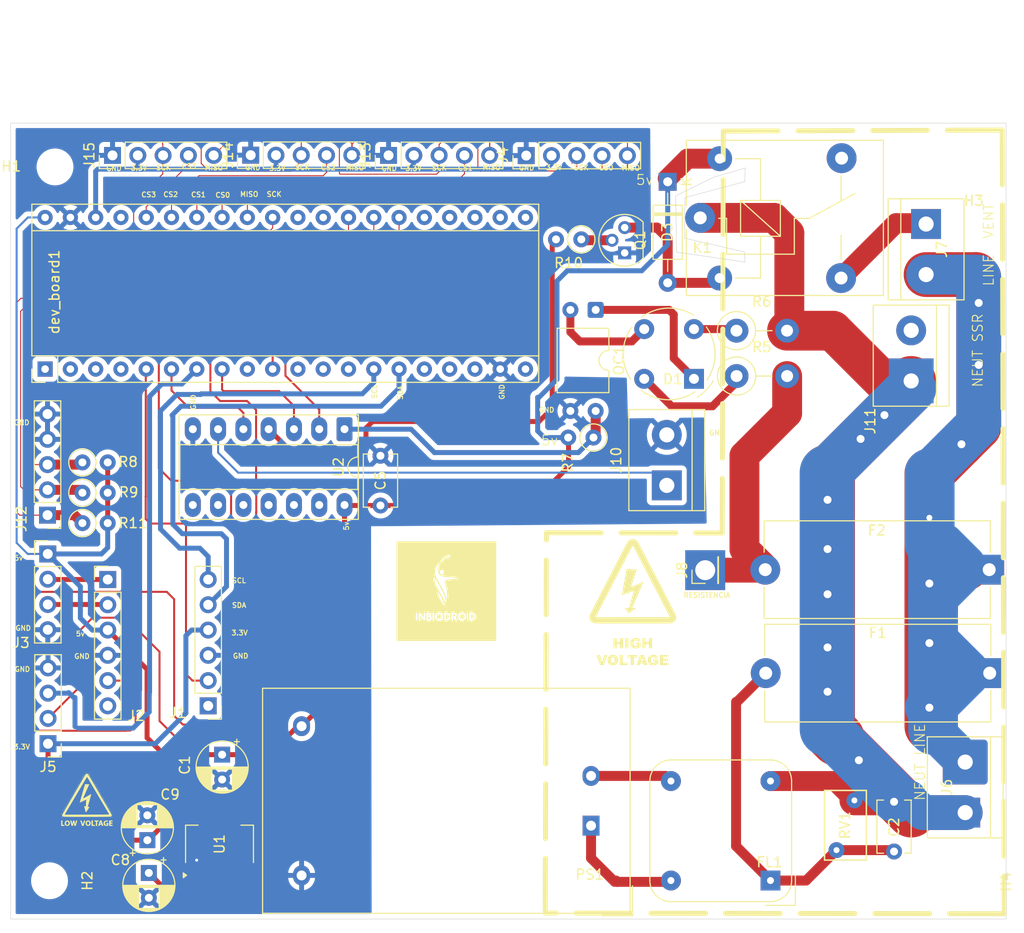
<source format=kicad_pcb>
(kicad_pcb (version 20241229) (generator "pcbnew") (generator_version "9.0")
  (layers (0 "F.Cu" signal) (2 "B.Cu" signal) (13 "F.Paste" user) (15 "B.Paste" user) (5 "F.SilkS" user "F.Silkscreen") (7 "B.SilkS" user "B.Silkscreen") (1 "F.Mask" user) (3 "B.Mask" user) (25 "Edge.Cuts" user))
  (net 0 "")
  (net 1 "Net-(D1-1)")
  (net 2 "Net-(D1-2)")
  (net 3 "Net-(D1--)")
  (net 4 "Net-(D1-+)")
  (net 5 "+5V")
  (net 6 "Net-(D3-A)")
  (net 7 "Net-(C2-Pad1)")
  (net 8 "LINE")
  (net 9 "NEUT")
  (net 10 "Net-(PS1-AC{slash}L)")
  (net 11 "Net-(PS1-AC{slash}N)")
  (net 12 "GND")
  (net 13 "SPI1_MISO")
  (net 14 "CS_2")
  (net 15 "CS_3")
  (net 16 "SPI1_SCK")
  (net 17 "built_in_led")
  (net 18 "/Tx_mcu_esp01")
  (net 19 "+3.3V")
  (net 20 "/Rx_mcu_esp01")
  (net 21 "Bobina_ventilador")
  (net 23 "Net-(OC1-Pad4)")
  (net 24 "Net-(Q1-B)")
  (net 25 "CS_0")
  (net 26 "CS_1")
  (net 27 "I2C1_SCL")
  (net 28 "/fan")
  (net 29 "/fire")
  (net 30 "Net-(R10-Pad2)")
  (net 31 "ENCODER_A")
  (net 32 "ENCODER_BTN")
  (net 33 "+3.3Vmc")
  (net 34 "ENCODER_B")
  (net 36 "I2C1_SDA")
  (net 38 "/zc")
  (net 39 "Net-(J8-Pin_1)")
  (net 48 "zero")
  (net 50 "Net-(J2-Pin_2)")
  (net 53 "Net-(J10-Pin_1)")
  (net 63 "Net-(J2-Pin_1)")
  (footprint "Capacitor_THT:C_Disc_D5.1mm_W3.2mm_P5.00mm" (layer "F.Cu") (at 72.145 64.73 90)
    (property "Reference" "C5")
    (property "Value" "100nf")
  )
  (footprint "Varistor:RV_Disc_D7mm_W4.2mm_P5mm" (layer "F.Cu") (at 117.96 99.37 90)
    (property "Reference" "RV1")
    (property "Value" "10D561K")
  )
  (footprint "Package_DIP:DIP-14_W7.62mm_Socket_LongPads" (layer "F.Cu") (at 68.535 57.06 -90)
    (property "Reference" "U2")
    (property "Value" "74LS14")
  )
  (footprint "Capacitor_THT:CP_Radial_D5.0mm_P2.50mm" (layer "F.Cu") (at 48.7275 98.37 90)
    (property "Reference" "C9")
    (property "Value" "1uf")
  )
  (footprint "Connector_PinHeader_2.54mm:PinHeader_1x05_P2.54mm_Vertical" (layer "F.Cu") (at 59.11 29.52 90)
    (property "Reference" "J14")
    (property "Value" "Max6675_modulo3")
  )
  (footprint "Resistor_THT:R_Axial_DIN0207_L6.3mm_D2.5mm_P2.54mm_Vertical" (layer "F.Cu") (at 93.545 57.9 180)
    (property "Reference" "R7")
    (property "Value" "10K")
  )
  (footprint "Inductor_THT:Choke_Schaffner_RN102-04-14.0x14.0mm" (layer "F.Cu") (at 111.3275 102.4275 180)
    (property "Reference" "FL1")
    (property "Value" "Choke_10mH")
  )
  (footprint "Relay_THT:Relay_SPDT_SANYOU_SRD_Series_Form_C" (layer "F.Cu") (at 104.27 35.82)
    (property "Reference" "K1")
    (property "Value" "SANYOU_SRD_Form_C")
  )
  (footprint "TerminalBlock:TerminalBlock_bornier-2_P5.08mm" (layer "F.Cu") (at 125.46 52.21 90)
    (property "Reference" "J11")
    (property "Value" "ssr2")
  )
  (footprint "Package_TO_SOT_THT:TO-92" (layer "F.Cu") (at 96.68 39.34 90)
    (property "Reference" "Q1")
    (property "Value" "2N2222A-TO92")
  )
  (footprint "Connector_PinHeader_2.54mm:PinHeader_1x05_P2.54mm_Vertical" (layer "F.Cu") (at 38.7 65.7 180)
    (property "Reference" "J12")
    (property "Value" "encoder")
  )
  (footprint "MountingHole:MountingHole_3.2mm_M3_DIN965" (layer "F.Cu") (at 131.2 102.55 -90)
    (property "Reference" "H4")
    (property "Value" "MountingHole")
  )
  (footprint "Resistor_THT:R_Axial_DIN0411_L9.9mm_D3.6mm_P5.08mm_Vertical" (layer "F.Cu") (at 107.92 51.72)
    (property "Reference" "R5")
    (property "Value" "5k  1W")
  )
  (footprint "Connector_PinHeader_2.54mm:PinHeader_1x04_P2.54mm_Vertical" (layer "F.Cu") (at 38.75 88.675 180)
    (property "Reference" "J5")
    (property "Value" "ESP01")
  )
  (footprint "LOGO" (layer "F.Cu") (at 97.49 74.88)
    (property "Reference" "G***" (hide yes))
    (property "Value" "LOGO" (hide yes))
  )
  (footprint "Resistor_THT:R_Axial_DIN0411_L9.9mm_D3.6mm_P5.08mm_Vertical" (layer "F.Cu") (at 107.91 47.16)
    (property "Reference" "R6")
    (property "Value" "5k  1W")
  )
  (footprint "LOGO" (layer "F.Cu") (at 78.7625 73.34)
    (property "Reference" "G***" (hide yes))
    (property "Value" "LOGO" (hide yes))
  )
  (footprint "Connector_PinHeader_2.54mm:PinHeader_1x04_P2.54mm_Vertical" (layer "F.Cu") (at 38.725 69.6)
    (property "Reference" "J3")
    (property "Value" "Display Oled I2C")
  )
  (footprint "Connector_PinHeader_2.54mm:PinHeader_1x05_P2.54mm_Vertical" (layer "F.Cu") (at 72.96 29.54 90)
    (property "Reference" "J13")
    (property "Value" "Max6675_modulo2")
  )
  (footprint "Capacitor_THT:CP_Radial_D5.0mm_P2.50mm" (layer "F.Cu") (at 56.24 89.774888 -90)
    (property "Reference" "C1")
    (property "Value" "220uf")
  )
  (footprint "Resistor_THT:R_Axial_DIN0207_L6.3mm_D2.5mm_P2.54mm_Vertical" (layer "F.Cu") (at 42.205 66.5)
    (property "Reference" "R11")
    (property "Value" "10K")
  )
  (footprint "Package_TO_SOT_SMD:SOT-223-3_TabPin2" (layer "F.Cu") (at 55.9775 98.77 90)
    (property "Reference" "U1")
    (property "Value" "LD1117S33TR_SOT223")
  )
  (footprint "TerminalBlock:TerminalBlock_bornier-2_P5.08mm" (layer "F.Cu") (at 126.96 36.44 -90)
    (property "Reference" "J7")
    (property "Value" "Relevador a ventilador")
  )
  (footprint "Fuse:Fuseholder_Cylinder-5x20mm_Schurter_0031_8201_Horizontal_Open" (layer "F.Cu") (at 133.3 71.18 180)
    (property "Reference" "F2")
    (property "Value" "15A")
  )
  (footprint "Capacitor_THT:C_Disc_D5.1mm_W3.2mm_P5.00mm" (layer "F.Cu") (at 123.74 99.51 90)
    (property "Reference" "C2")
    (property "Value" "0.1uF/275Vac")
  )
  (footprint "LOGO" (layer "F.Cu") (at 42.543318 94.214305)
    (property "Reference" "G***" (hide yes))
    (property "Value" "LOGO" (hide yes))
  )
  (footprint "MountingHole:MountingHole_3.2mm_M3_DIN965" (layer "F.Cu") (at 39.45 30.7 180)
    (property "Reference" "H1")
    (property "Value" "MountingHole")
  )
  (footprint "Resistor_THT:R_Axial_DIN0207_L6.3mm_D2.5mm_P2.54mm_Vertical" (layer "F.Cu") (at 42.205 60.4)
    (property "Reference" "R8")
    (property "Value" "10K")
  )
  (footprint "Converter_ACDC:Converter_ACDC_Hi-Link_HLK-PMxx" (layer "F.Cu") (at 93.3025 96.9125 180)
    (property "Reference" "PS1")
    (property "Value" "HLK-PM01")
  )
  (footprint "Connector_PinHeader_2.54mm:PinHeader_1x05_P2.54mm_Vertical" (layer "F.Cu") (at 45.23 29.54 90)
    (property "Reference" "J15")
    (property "Value" "Max6675_modulo4")
  )
  (footprint "Fuse:Fuseholder_Cylinder-5x20mm_Schurter_0031_8201_Horizontal_Open" (layer "F.Cu") (at 133.35 81.58 180)
    (property "Reference" "F1")
    (property "Value" "0.5A")
  )
  (footprint "Connector_PinHeader_2.54mm:PinHeader_1x06_P2.54mm_Vertical" (layer "F.Cu") (at 44.75 72.17)
    (property "Reference" "J2")
    (property "Value" "LevelShifter")
  )
  (footprint "Module:Maple_Mini" (layer "F.Cu") (at 38.455 51.02 90)
    (property "Reference" "dev_board1")
    (property "Value" "Black_pill_stm32f411")
  )
  (footprint "TerminalBlock:TerminalBlock_bornier-2_P5.08mm" (layer "F.Cu") (at 130.89 95.6 90)
    (property "Reference" "J6")
    (property "Value" "Alimentación y zc")
  )
  (footprint "Package_DIP:DIP-4_W10.16mm" (layer "F.Cu") (at 93.765 45.07 -90)
    (property "Reference" "OC1")
    (property "Value" "PC817")
  )
  (footprint "TerminalBlock:TerminalBlock_bornier-2_P5.08mm" (layer "F.Cu") (at 100.91 62.71 90)
    (property "Reference" "J10")
    (property "Value" "ssr1")
  )
  (footprint "Connector_PinHeader_2.54mm:PinHeader_1x06_P2.54mm_Vertical" (layer "F.Cu") (at 54.84 84.87 180)
    (property "Reference" "J1")
    (property "Value" "LevelShifter")
  )
  (footprint "Connector_PinHeader_2.54mm:PinHeader_1x05_P2.54mm_Vertical" (layer "F.Cu") (at 86.79 29.56 90)
    (property "Reference" "J4")
    (property "Value" "Max6675_modulo")
  )
  (footprint "MountingHole:MountingHole_3.2mm_M3_DIN965" (layer "F.Cu") (at 131.75 30.3 180)
    (property "Reference" "H3")
    (property "Value" "MountingHole")
  )
  (footprint "Connector_PinHeader_2.54mm:PinHeader_1x01_P2.54mm_Vertical" (layer "F.Cu") (at 104.77 71.23 90)
    (property "Reference" "J8")
    (property "Value" "resistencia")
  )
  (footprint "Resistor_THT:R_Axial_DIN0207_L6.3mm_D2.5mm_P2.54mm_Vertical" (layer "F.Cu") (at 92.32 37.98 180)
    (property "Reference" "R10")
    (property "Value" "1K")
  )
  (footprint "MountingHole:MountingHole_3.2mm_M3_DIN965" (layer "F.Cu") (at 38.9 102.45 -90)
    (property "Reference" "H2")
    (property "Value" "MountingHole" (hide yes))
  )
  (footprint "Diode_THT:D_A-405_P10.16mm_Horizontal" (layer "F.Cu") (at 101 32.19 -90)
    (property "Reference" "D3")
    (property "Value" "1N4001")
  )
  (footprint "Resistor_THT:R_Axial_DIN0207_L6.3mm_D2.5mm_P2.54mm_Vertical" (layer "F.Cu") (at 42.205 63.45)
    (property "Reference" "R9")
    (property "Value" "10K")
  )
  (footprint "Diode_THT:Diode_Bridge_Round_D9.0mm" (layer "F.Cu") (at 103.64 52 180)
    (property "Reference" "D1")
    (property "Value" "2W02G")
  )
  (footprint "Capacitor_THT:CP_Radial_D5.0mm_P2.50mm" (layer "F.Cu") (at 48.8775 101.664887 -90)
    (property "Reference" "C8")
    (property "Value" "10uf")
  )
  (gr_poly (pts (xy 88.7 105.7) (xy 88.82 67.47) (xy 106.48 67.49) (xy 106.59 27.1) (xy 134.61 26.99) (xy 134.81 105.76)) (stroke (width 0.5) (type dash)) (fill yes) (layer "F.SilkS"))
  (gr_poly (pts (xy 105.32 31.87) (xy 101.8 33.62) (xy 101.9 39.26) (xy 108.771273 40.265507) (xy 108.724195 39.248608) (xy 102.69 37.86) (xy 102.73 33.78) (xy 108.74 32.18) (xy 108.79 30.81) (xy 105.64 31.73)) (stroke (width 0.05)) (fill no) (layer "Edge.Cuts"))
  (gr_rect (start 34.996 26.294) (end 134.996 106.294) (stroke (width 0.05)) (fill no) (layer "Edge.Cuts"))
  (gr_text "3.3V" (at 60.91 31.13 0) (layer "F.SilkS") (effects (font (size 0.5 0.5) (thickness 0.1)) (justify left bottom)))
  (gr_text "3.3V" (at 35.24 89.28 0) (layer "F.SilkS") (effects (font (size 0.5 0.5) (thickness 0.1)) (justify left bottom)))
  (gr_text "SCK" (at 77.26 31.1 0) (layer "F.SilkS") (effects (font (size 0.5 0.5) (thickness 0.1)) (justify left bottom)))
  (gr_text "GND" (at 41.33 80.18 0) (layer "F.SilkS") (effects (font (size 0.5 0.5) (thickness 0.1)) (justify left bottom)))
  (gr_text "GND" (at 35.28 56.69 0) (layer "F.SilkS") (effects (font (size 0.5 0.5) (thickness 0.1)) (justify left bottom)))
  (gr_text "CS3 " (at 52.12 30.92 0) (layer "F.SilkS") (effects (font (size 0.5 0.5) (thickness 0.1)) (justify left bottom)))
  (gr_text "CS0" (at 94.02 31.07 0) (layer "F.SilkS") (effects (font (size 0.5 0.5) (thickness 0.1)) (justify left bottom)))
  (gr_text "SDA" (at 74.43 54.17 90) (layer "F.SilkS") (effects (font (size 0.5 0.5) (thickness 0.1)) (justify left bottom)))
  (gr_text "SCK" (at 49.55 31.07 0) (layer "F.SilkS") (effects (font (size 0.5 0.5) (thickness 0.1)) (justify left bottom)))
  (gr_text "MISO" (at 82.33 31.04 0) (layer "F.SilkS") (effects (font (size 0.5 0.5) (thickness 0.1)) (justify left bottom)))
  (gr_text "CS0" (at 55.51 33.82 0) (layer "F.SilkS") (effects (font (size 0.5 0.5) (thickness 0.1)) (justify left bottom)))
  (gr_text "NEUT LINE" (at 126.93 94.47 90) (layer "F.SilkS") (effects (font (size 1 1) (thickness 0.1)) (justify left bottom)))
  (gr_text "GND" (at 58.5 31.05 0) (layer "F.SilkS") (effects (font (size 0.5 0.5) (thickness 0.1)) (justify left bottom)))
  (gr_text "5v" (at 35.3 70.3 0) (layer "F.SilkS") (effects (font (size 0.5 0.5) (thickness 0.1)) (justify left bottom)))
  (gr_text "GND" (at 105.12 57.73 0) (layer "F.SilkS") (effects (font (size 0.5 0.5) (thickness 0.1)) (justify left bottom)))
  (gr_text "SCL " (at 57.18 72.57 0) (layer "F.SilkS") (effects (font (size 0.5 0.5) (thickness 0.1)) (justify left bottom)))
  (gr_text "3.3V" (at 74.6 31.13 0) (layer "F.SilkS") (effects (font (size 0.5 0.5) (thickness 0.1)) (justify left bottom)))
  (gr_text "CS2" (at 50.28 33.76 0) (layer "F.SilkS") (effects (font (size 0.5 0.5) (thickness 0.1)) (justify left bottom)))
  (gr_text "5v" (at 88.21 58.77 0) (layer "F.SilkS") (effects (font (size 1 1) (thickness 0.1)) (justify left bottom)))
  (gr_text "3.3V" (at 88.7 31.05 0) (layer "F.SilkS") (effects (font (size 0.5 0.5) (thickness 0.1)) (justify left bottom)))
  (gr_text "CS1" (at 79.88 31.1 0) (layer "F.SilkS") (effects (font (size 0.5 0.5) (thickness 0.1)) (justify left bottom)))
  (gr_text "SCK" (at 60.66 33.74 0) (layer "F.SilkS") (effects (font (size 0.5 0.5) (thickness 0.1)) (justify left bottom)))
  (gr_text "GND" (at 35.34 81.48 0) (layer "F.SilkS") (effects (font (size 0.5 0.5) (thickness 0.1)) (justify left bottom)))
  (gr_text "3.3V" (at 57.12 77.82 0) (layer "F.SilkS") (effects (font (size 0.5 0.5) (thickness 0.1)) (justify left bottom)))
  (gr_text "GND" (at 84.64 54.14 90) (layer "F.SilkS") (effects (font (size 0.5 0.5) (thickness 0.1)) (justify left bottom)))
  (gr_text "MISO" (at 54.45 31.07 0) (layer "F.SilkS") (effects (font (size 0.5 0.5) (thickness 0.1)) (justify left bottom)))
  (gr_text "NEUT SSR" (at 132.73 52.92 90) (layer "F.SilkS") (effects (font (size 1 1) (thickness 0.1)) (justify left bottom)))
  (gr_text "GND" (at 86 31.08 0) (layer "F.SilkS") (effects (font (size 0.5 0.5) (thickness 0.1)) (justify left bottom)))
  (gr_text "5v" (at 69.01 67.29 90) (layer "F.SilkS") (effects (font (size 0.5 0.5) (thickness 0.1)) (justify left bottom)))
  (gr_text "MISO" (at 57.99 33.74 0) (layer "F.SilkS") (effects (font (size 0.5 0.5) (thickness 0.1)) (justify left bottom)))
  (gr_text "CS1" (at 53.07 33.78 0) (layer "F.SilkS") (effects (font (size 0.5 0.5) (thickness 0.1)) (justify left bottom)))
  (gr_text "3.3V" (at 47.01 31.1 0) (layer "F.SilkS") (effects (font (size 0.5 0.5) (thickness 0.1)) (justify left bottom)))
  (gr_text "SDA" (at 57.18 75.05 0) (layer "F.SilkS") (effects (font (size 0.5 0.5) (thickness 0.1)) (justify left bottom)))
  (gr_text "GND" (at 57.27 80.15 0) (layer "F.SilkS") (effects (font (size 0.5 0.5) (thickness 0.1)) (justify left bottom)))
  (gr_text "5v" (at 41.5 77.92 0) (layer "F.SilkS") (effects (font (size 0.5 0.5) (thickness 0.1)) (justify left bottom)))
  (gr_text "CS2" (at 66.11 31.07 0) (layer "F.SilkS") (effects (font (size 0.5 0.5) (thickness 0.1)) (justify left bottom)))
  (gr_text "GND" (at 88.01 55.42 0) (layer "F.SilkS") (effects (font (size 0.5 0.5) (thickness 0.1)) (justify left bottom)))
  (gr_text "GND" (at 72.19 31.14 0) (layer "F.SilkS") (effects (font (size 0.5 0.5) (thickness 0.1)) (justify left bottom)))
  (gr_text "SCK" (at 91.51 31.07 0) (layer "F.SilkS") (effects (font (size 0.5 0.5) (thickness 0.1)) (justify left bottom)))
  (gr_text "MISO" (at 96.32 31.1 0) (layer "F.SilkS") (effects (font (size 0.5 0.5) (thickness 0.1)) (justify left bottom)))
  (gr_text "SCK" (at 63.51 31.04 0) (layer "F.SilkS") (effects (font (size 0.5 0.5) (thickness 0.1)) (justify left bottom)))
  (gr_text "RESISTENCIA" (at 102.54 74.04 0) (layer "F.SilkS") (effects (font (size 0.5 0.5) (thickness 0.1)) (justify left bottom)))
  (gr_text "LINE  VENT" (at 133.83 42.75 90) (layer "F.SilkS") (effects (font (size 1 1) (thickness 0.1)) (justify left bottom)))
  (gr_text "GND" (at 35.43 77.35 0) (layer "F.SilkS") (effects (font (size 0.5 0.5) (thickness 0.1)) (justify left bottom)))
  (gr_text "MISO" (at 68.61 31.07 0) (layer "F.SilkS") (effects (font (size 0.5 0.5) (thickness 0.1)) (justify left bottom)))
  (gr_text "5v" (at 97.75 32.59 0) (layer "F.SilkS") (effects (font (size 1 1) (thickness 0.1)) (justify left bottom)))
  (gr_text "SCL " (at 71.84 54.05 90) (layer "F.SilkS") (effects (font (size 0.5 0.5) (thickness 0.1)) (justify left bottom)))
  (gr_text "GND" (at 53.64 55.17 90) (layer "F.SilkS") (effects (font (size 0.5 0.5) (thickness 0.1)) (justify left bottom)))
  (gr_text "GND" (at 44.54 31.14 0) (layer "F.SilkS") (effects (font (size 0.5 0.5) (thickness 0.1)) (justify left bottom)))
  (gr_text "CS3 " (at 48.07 33.78 0) (layer "F.SilkS") (effects (font (size 0.5 0.5) (thickness 0.1)) (justify left bottom)))
  (segment (start 103.64 47) (end 107.75 47) (width 0.8) (layer "F.Cu") (net 1))
  (segment (start 107.75 47) (end 107.91 47.16) (width 0.2) (layer "F.Cu") (net 1))
  (segment (start 107.92 51.72) (end 107.92 52.34) (width 0.2) (layer "F.Cu") (net 2))
  (segment (start 101.4 54.76) (end 98.64 52) (width 0.8) (layer "F.Cu") (net 2))
  (segment (start 107.92 52.34) (end 105.5 54.76) (width 0.8) (layer "F.Cu") (net 2))
  (segment (start 105.5 54.76) (end 101.4 54.76) (width 0.8) (layer "F.Cu") (net 2))
  (segment (start 92.17 48.24) (end 91.225 47.295) (width 0.8) (layer "F.Cu") (net 3))
  (segment (start 98.64 47) (end 97.4 48.24) (width 0.8) (layer "F.Cu") (net 3))
  (segment (start 91.225 47.295) (end 91.225 45.07) (width 0.8) (layer "F.Cu") (net 3))
  (segment (start 97.4 48.24) (end 92.17 48.24) (width 0.8) (layer "F.Cu") (net 3))
  (segment (start 103.64 51.97) (end 103.64 52) (width 0.2) (layer "F.Cu") (net 4))
  (segment (start 101.61 45.53) (end 101.61 49.94) (width 0.8) (layer "F.Cu") (net 4))
  (segment (start 101.15 45.07) (end 101.61 45.53) (width 0.8) (layer "F.Cu") (net 4))
  (segment (start 101.61 49.94) (end 103.64 51.97) (width 0.8) (layer "F.Cu") (net 4))
  (segment (start 93.765 45.07) (end 101.15 45.07) (width 0.8) (layer "F.Cu") (net 4))
  (segment (start 63.8375 86.9125) (end 60.975112 89.774888) (width 0.5) (layer "F.Cu") (net 5))
  (segment (start 91.04 60.83) (end 91.04 57.935) (width 0.5) (layer "F.Cu") (net 5))
  (segment (start 60.23 89.774888) (end 60.23 90.07) (width 0.5) (layer "F.Cu") (net 5))
  (segment (start 56.155112 89.69) (end 56.24 89.774888) (width 0.5) (layer "F.Cu") (net 5))
  (segment (start 72.145 64.73) (end 87.14 64.73) (width 0.5) (layer "F.Cu") (net 5))
  (segment (start 68.585 64.73) (end 68.535 64.68) (width 0.2) (layer "F.Cu") (net 5))
  (segment (start 50.394888 89.774888) (end 48.7 88.08) (width 0.5) (layer "F.Cu") (net 5))
  (segment (start 48.7 88.08) (end 48.7 81.2) (width 0.5) (layer "F.Cu") (net 5))
  (segment (start 64.2225 86.9125) (end 63.8375 86.9125) (width 0.5) (layer "F.Cu") (net 5))
  (segment (start 51.002613 103.79) (end 48.8775 101.664887) (width 0.5) (layer "F.Cu") (net 5))
  (segment (start 60.52 90.69) (end 60.52 99.6775) (width 0.5) (layer "F.Cu") (net 5))
  (segment (start 59.604888 89.774888) (end 60.275 90.445) (width 0.5) (layer "F.Cu") (net 5))
  (segment (start 60.945112 89.774888) (end 60.44 90.28) (width 0.5) (layer "F.Cu") (net 5))
  (segment (start 102.99 29.87) (end 106.22 29.87) (width 2) (layer "F.Cu") (net 5))
  (segment (start 60.975112 89.774888) (end 60.945112 89.774888) (width 0.5) (layer "F.Cu") (net 5))
  (segment (start 60.52 99.6775) (end 58.2775 101.92) (width 0.5) (layer "F.Cu") (net 5))
  (segment (start 60.975112 89.774888) (end 60.23 89.774888) (width 0.5) (layer "F.Cu") (net 5))
  (segment (start 44.745 60.4) (end 44.745 66.5) (width 0.5) (layer "F.Cu") (net 5))
  (segment (start 60.23 89.774888) (end 57.79 89.774888) (width 0.5) (layer "F.Cu") (net 5))
  (segment (start 56.24 89.774888) (end 57.79 89.774888) (width 0.5) (layer "F.Cu") (net 5))
  (segment (start 48.7 81.2) (end 44.75 77.25) (width 0.5) (layer "F.Cu") (net 5))
  (segment (start 57.8575 103.79) (end 51.002613 103.79) (width 0.5) (layer "F.Cu") (net 5))
  (segment (start 87.14 64.73) (end 91.04 60.83) (width 0.5) (layer "F.Cu") (net 5))
  (segment (start 72.145 64.73) (end 68.585 64.73) (width 0.5) (layer "F.Cu") (net 5))
  (segment (start 57.79 89.774888) (end 59.604888 89.774888) (width 0.5) (layer "F.Cu") (net 5))
  (segment (start 91.04 57.935) (end 91.005 57.9) (width 0.5) (layer "F.Cu") (net 5))
  (segment (start 56.24 89.774888) (end 50.394888 89.774888) (width 0.5) (layer "F.Cu") (net 5))
  (segment (start 60.275 90.445) (end 60.52 90.69) (width 0.5) (layer "F.Cu") (net 5))
  (segment (start 101 32.19) (end 101 31.86) (width 0.2) (layer "F.Cu") (net 5))
  (segment (start 68.535 82.6) (end 64.2225 86.9125) (width 0.5) (layer "F.Cu") (net 5))
  (segment (start 101 31.86) (end 102.99 29.87) (width 2) (layer "F.Cu") (net 5))
  (segment (start 58.2775 101.92) (end 58.2775 103.37) (width 0.5) (layer "F.Cu") (net 5))
  (segment (start 60.44 90.28) (end 60.275 90.445) (width 0.5) (layer "F.Cu") (net 5))
  (segment (start 60.23 90.07) (end 60.44 90.28) (width 0.5) (layer "F.Cu") (net 5))
  (segment (start 58.2775 103.37) (end 57.8575 103.79) (width 0.5) (layer "F.Cu") (net 5))
  (segment (start 44.745 66.5) (end 44.745 67.18) (width 0.5) (layer "F.Cu") (net 5))
  (segment (start 68.535 64.68) (end 68.535 82.6) (width 0.5) (layer "F.Cu") (net 5))
  (segment (start 98.39 41.14) (end 101 38.53) (width 0.5) (layer "B.Cu") (net 5))
  (segment (start 91.005 57.9) (end 88.6 57.9) (width 0.5) (layer "B.Cu") (net 5))
  (segment (start 87.94 57.24) (end 87.94 53.86) (width 0.5) (layer "B.Cu") (net 5))
  (segment (start 89.88 42.17) (end 90.91 41.14) (width 0.5) (layer "B.Cu") (net 5))
  (segment (start 38.725 69.6) (end 36.71 69.6) (width 0.2) (layer "B.Cu") (net 5))
  (segment (start 38.725 69.6) (end 42 72.875) (width 0.5) (layer "B.Cu") (net 5))
  (segment (start 89.88 52.05) (end 89.88 42.17) (width 0.5) (layer "B.Cu") (net 5))
  (segment (start 44.745 68.965) (end 44.745 66.5) (width 0.5) (layer "B.Cu") (net 5))
  (segment (start 87.94 53.86) (end 88.07 53.86) (width 0.5) (layer "B.Cu") (net 5))
  (segment (start 36.71 69.6) (end 35.597 68.487) (width 0.2) (layer "B.Cu") (net 5))
  (segment (start 35.597 68.487) (end 35.597 36.903) (width 0.2) (layer "B.Cu") (net 5))
  (segment (start 38.725 69.6) (end 44.11 69.6) (width 0.5) (layer "B.Cu") (net 5))
  (segment (start 36.72 35.78) (end 38.455 35.78) (width 0.2) (layer "B.Cu") (net 5))
  (segment (start 88.07 53.86) (end 89.88 52.05) (width 0.5) (layer "B.Cu") (net 5))
  (segment (start 42 76.05) (end 42 72.875) (width 0.5) (layer "B.Cu") (net 5))
  (segment (start 44.75 77.25) (end 43.2 77.25) (width 0.5) (layer "B.Cu") (net 5))
  (segment (start 90.91 41.14) (end 98.39 41.14) (width 0.5) (layer "B.Cu") (net 5))
  (segment (start 44.54 77.04) (end 44.75 77.25) (width 0.5) (layer "B.Cu") (net 5))
  (segment (start 88.6 57.9) (end 87.94 57.24) (width 0.5) (layer "B.Cu") (net 5))
  (segment (start 35.597 36.903) (end 36.72 35.78) (width 0.2) (layer "B.Cu") (net 5))
  (segment (start 43.2 77.25) (end 42 76.05) (width 0.5) (layer "B.Cu") (net 5))
  (segment (start 44.11 69.6) (end 44.745 68.965) (width 0.5) (layer "B.Cu") (net 5))
  (segment (start 101 38.53) (end 101 32.19) (width 0.5) (layer "B.Cu") (net 5))
  (segment (start 101 42.35) (end 105.74 42.35) (width 1) (layer "F.Cu") (net 6))
  (segment (start 99.94 36.8) (end 101 37.86) (width 1) (layer "F.Cu") (net 6))
  (segment (start 96.68 36.8) (end 99.94 36.8) (width 1) (layer "F.Cu") (net 6))
  (segment (start 105.74 42.35) (end 106.22 41.87) (width 0.2) (layer "F.Cu") (net 6))
  (segment (start 101 37.86) (end 101 42.35) (width 1) (layer "F.Cu") (net 6))
  (segment (start 111.3275 102.4275) (end 114.9025 102.4275) (width 1) (layer "F.Cu") (net 7))
  (segment (start 107.87 84.47) (end 107.87 98.97) (width 1) (layer "F.Cu") (net 7))
  (segment (start 107.87 98.97) (end 111.3275 102.4275) (width 1) (layer "F.Cu") (net 7))
  (segment (start 117.96 99.37) (end 123.6 99.37) (width 1) (layer "F.Cu") (net 7))
  (segment (start 107.96 84.47) (end 107.87 84.47) (width 0.2) (layer "F.Cu") (net 7))
  (segment (start 114.9025 102.4275) (end 117.96 99.37) (width 1) (layer "F.Cu") (net 7))
  (segment (start 110.85 81.58) (end 107.96 84.47) (width 1) (layer "F.Cu") (net 7))
  (segment (start 123.6 99.37) (end 123.74 99.51) (width 0.2) (layer "F.Cu") (net 7))
  (segment (start 129.84 71.22) (end 129.64 71.22) (width 3) (layer "F.Cu") (net 8))
  (segment (start 127.29 74.03) (end 127.29 78.64) (width 5) (layer "F.Cu") (net 8))
  (segment (start 132.245 56.845) (end 130.515 58.575) (width 4.5) (layer "F.Cu") (net 8))
  (segment (start 126.96 41.52) (end 131.97 41.52) (width 4.5) (layer "F.Cu") (net 8))
  (segment (start 127.29 86.92) (end 130.89 90.52) (width 3) (layer "F.Cu") (net 8))
  (segment (start 127.29 78.64) (end 127.29 81.51) (width 5) (layer "F.Cu") (net 8))
  (segment (start 129.84 71.22) (end 127.38 71.22) (width 4) (layer "F.Cu") (net 8))
  (segment (start 131.19 71.18) (end 131.15 71.22) (width 0.2) (layer "F.Cu") (net 8))
  (segment (start 127.29 71.31) (end 127.29 74.03) (width 5) (layer "F.Cu") (net 8))
  (segment (start 127.29 81.51) (end 127.29 85.05) (width 5) (layer "F.Cu") (net 8))
  (segment (start 127.29 85.05) (end 127.29 86.92) (width 5) (layer "F.Cu") (net 8))
  (segment (start 127.29 79.02) (end 129.78 81.51) (width 5) (layer "F.Cu") (net 8))
  (segment (start 127.29 61.52) (end 127.57 61.52) (width 4) (layer "F.Cu") (net 8))
  (segment (start 127.36 81.58) (end 127.29 81.51) (width 0.2) (layer "F.Cu") (net 8))
  (segment (start 127.29 73.77) (end 129.84 71.22) (width 5) (layer "F.Cu") (net 8))
  (segment (start 127.29 84) (end 129.78 81.51) (width 5) (layer "F.Cu") (net 8))
  (segment (start 133.3 71.18) (end 131.19 71.18) (width 0.2) (layer "F.Cu") (net 8))
  (segment (start 129.64 71.22) (end 127.29 68.87) (width 5) (layer "F.Cu") (net 8))
  (segment (start 132.245 41.795) (end 132.245 56.845) (width 4.5) (layer "F.Cu") (net 8))
  (segment (start 127.29 85.05) (end 127.29 84) (width 3) (layer "F.Cu") (net 8))
  (segment (start 127.57 61.52) (end 130.515 58.575) (width 4.5) (layer "F.Cu") (net 8))
  (segment (start 131.97 41.52) (end 132.245 41.795) (width 4.5) (layer "F.Cu") (net 8))
  (segment (start 131.15 71.22) (end 129.84 71.22) (width 4) (layer "F.Cu") (net 8))
  (segment (start 131.19 81.51) (end 129.78 81.51) (width 4) (layer "F.Cu") (net 8))
  (segment (start 129.78 81.51) (end 127.29 81.51) (width 5) (layer "F.Cu") (net 8))
  (segment (start 133.3 81.53) (end 133.35 81.58) (width 0.2) (layer "F.Cu") (net 8))
  (segment (start 133.35 81.58) (end 131.26 81.58) (width 0.2) (layer "F.Cu") (net 8))
  (segment (start 127.29 78.64) (end 127.29 79.02) (width 3) (layer "F.Cu") (net 8))
  (segment (start 131.26 81.58) (end 131.19 81.51) (width 0.2) (layer "F.Cu") (net 8))
  (segment (start 127.29 68.87) (end 127.29 71.31) (width 5) (layer "F.Cu") (net 8))
  (segment (start 127.29 61.52) (end 127.29 68.87) (width 5) (layer "F.Cu") (net 8))
  (segment (start 127.38 71.22) (end 127.29 71.31) (width 0.2) (layer "F.Cu") (net 8))
  (segment (start 127.29 74.03) (end 127.29 73.77) (width 3) (layer "F.Cu") (net 8))
  (segment (start 127.42 71.18) (end 127.29 71.31) (width 0.2) (layer "F.Cu") (net 8))
  (via (at 127.29 78.56) (size 1.5) (drill 0.8) (layers "F.Cu" "B.Cu") (net 8))
  (via (at 130.515 58.575) (size 1.5) (drill 0.8) (layers "F.Cu" "B.Cu") (net 8))
  (via (at 127.29 65.97) (size 1) (drill 0.6) (layers "F.Cu" "B.Cu") (net 8))
  (via (at 127.29 72.57) (size 1.5) (drill 0.8) (layers "F.Cu" "B.Cu") (net 8))
  (via (at 132.245 50.6) (size 1.5) (drill 0.8) (layers "F.Cu" "B.Cu") (net 8))
  (via (at 132.245 44.37) (size 1.5) (drill 0.8) (layers "F.Cu" "B.Cu") (net 8))
  (via (at 127.29 85.05) (size 1.5) (drill 0.8) (layers "F.Cu" "B.Cu") (net 8))
  (segment (start 130.89 90.52) (end 130.89 90.5) (width 2) (layer "B.Cu") (net 8))
  (segment (start 127.32 68.59) (end 127.66 68.93) (width 0.2) (layer "B.Cu") (net 8))
  (segment (start 130.84 81.58) (end 127.37 85.05) (width 5) (layer "B.Cu") (net 8))
  (segment (start 131.12 71.19) (end 131.13 71.18) (width 0.2) (layer "B.Cu") (net 8))
  (segment (start 131.47 81.58) (end 131.36 81.58) (width 0.2) (layer "B.Cu") (net 8))
  (segment (start 132.245 41.795) (end 132.245 56.565) (width 4.5) (layer "B.Cu") (net 8))
  (segment (start 127.66 75.13) (end 127.66 73.84) (width 5) (layer "B.Cu") (net 8))
  (segment (start 130.84 81.58) (end 127.66 78.4) (width 5) (layer "B.Cu") (net 8))
  (segment (start 127.37 85.05) (end 127.29 85.05) (width 0.2) (layer "B.Cu") (net 8))
  (segment (start 132.245 41.775) (end 132.245 41.795) (width 3.5) (layer "B.Cu") (net 8))
  (segment (start 130.89 90.53) (end 131.12 90.76) (width 2) (layer "B.Cu") (net 8))
  (segment (start 127.66 78.4) (end 127.66 75.13) (width 5) (layer "B.Cu") (net 8))
  (segment (start 127.32 61.49) (end 127.32 68.59) (width 5) (layer "B.Cu") (net 8))
  (segment (start 127.66 75.13) (end 127.66 68.93) (width 5) (layer "B.Cu") (net 8))
  (segment (start 133.35 81.58) (end 131.47 81.58) (width 0.2) (layer "B.Cu") (net 8))
  (segment (start 127.66 73.84) (end 130.52 70.98) (width 5) (layer "B.Cu") (net 8))
  (segment (start 131.47 81.58) (end 130.84 81.58) (width 0.2) (layer "B.Cu") (net 8))
  (segment (start 127.66 68.93) (end 128.47 68.93) (width 0.2) (layer "B.Cu") (net 8))
  (segment (start 130.63 70.98) (end 130.63 71.1) (width 0.2) (layer "B.Cu") (net 8))
  (segment (start 126.96 41.52) (end 131.99 41.52) (width 4) (layer "B.Cu") (net 8))
  (segment (start 132.58 71.18) (end 133.3 71.18) (width 1.5) (layer "B.Cu") (net 8))
  (segment (start 130.72 71.19) (end 131.12 71.19) (width 0.2) (layer "B.Cu") (net 8))
  (segment (start 131.36 81.58) (end 131.34 81.6) (width 0.2) (layer "B.Cu") (net 8))
  (segment (start 127.66 87.29) (end 127.66 78.4) (width 5) (layer "B.Cu") (net 8))
  (segment (start 132.245 56.565) (end 127.32 61.49) (width 4.5) (layer "B.Cu") (net 8))
  (segment (start 133.35 71.23) (end 133.3 71.18) (width 0.2) (layer "B.Cu") (net 8))
  (segment (start 127.66 68.93) (end 129.195 70.465) (width 0.2) (layer "B.Cu") (net 8))
  (segment (start 130.63 71.1) (end 130.72 71.19) (width 0.2) (layer "B.Cu") (net 8))
  (segment (start 128.47 68.93) (end 130.52 70.98) (width 5) (layer "B.Cu") (net 8))
  (segment (start 130.89 90.52) (end 127.66 87.29) (width 4) (layer "B.Cu") (net 8))
  (segment (start 130.52 70.98) (end 130.63 70.98) (width 0.2) (layer "B.Cu") (net 8))
  (segment (start 131.99 41.52) (end 132.245 41.775) (width 3.5) (layer "B.Cu") (net 8))
  (segment (start 130.89 90.52) (end 130.89 90.53) (width 2) (layer "B.Cu") (net 8))
  (segment (start 131.13 71.18) (end 133.3 71.18) (width 0.2) (layer "B.Cu") (net 8))
  (segment (start 122.62 52.21) (end 125.46 52.21) (width 0.2) (layer "F.Cu") (net 9))
  (segment (start 104.27 35.82) (end 111.69 35.82) (width 3) (layer "F.Cu") (net 9))
  (segment (start 130.89 95.6) (end 126.97 95.6) (width 3) (layer "F.Cu") (net 9))
  (segment (start 111.69 35.82) (end 113.22 37.35) (width 3) (layer "F.Cu") (net 9))
  (segment (start 118.05 88.18) (end 125.47 95.6) (width 5) (layer "F.Cu") (net 9))
  (segment (start 125.47 95.6) (end 130.89 95.6) (width 3.5) (layer "F.Cu") (net 9))
  (segment (start 124.83 95.6) (end 123.74 94.51) (width 3) (layer "F.Cu") (net 9))
  (segment (start 126.97 95.6) (end 124.83 95.6) (width 3) (layer "F.Cu") (net 9))
  (segment (start 125.46 52.96) (end 117.06 61.36) (width 5) (layer "F.Cu") (net 9))
  (segment (start 112.99 47.16) (end 117.57 47.16) (width 4) (layer "F.Cu") (net 9))
  (segment (start 118.05 86.12) (end 118.05 88.18) (width 3.5) (layer "F.Cu") (net 9))
  (segment (start 125.46 52.21) (end 125.46 52.96) (width 5) (layer "F.Cu") (net 9))
  (segment (start 117.06 83.45) (end 117.06 85.13) (width 0.2) (layer "F.Cu") (net 9))
  (segment (start 117.57 47.16) (end 122.62 52.21) (width 4) (layer "F.Cu") (net 9))
  (segment (start 123.6 94.37) (end 123.74 94.51) (width 0.2) (layer "F.Cu") (net 9))
  (segment (start 119.76 94.37) (end 117.8175 92.4275) (width 2) (layer "F.Cu") (net 9))
  (segment (start 117.06 61.36) (end 117.06 87.19) (width 5.5) (layer "F.Cu") (net 9))
  (segment (start 117.06 87.19) (end 118.05 88.18) (width 5.5) (layer "F.Cu") (net 9))
  (segment (start 119.76 94.37) (end 123.6 94.37) (width 3) (layer "F.Cu") (net 9))
  (segment (start 113.22 37.35) (end 113.22 46.1) (width 3) (layer "F.Cu") (net 9))
  (segment (start 125.16 93.79) (end 126.97 95.6) (width 0.2) (layer "F.Cu") (net 9))
  (segment (start 117.8175 92.4275) (end 111.3275 92.4275) (width 2) (layer "F.Cu") (net 9))
  (via (at 117.06 83.45) (size 1.5) (drill 0.8) (layers "F.Cu" "B.Cu") (net 9))
  (via (at 120.205 90.335) (size 1.5) (drill 0.8) (layers "F.Cu" "B.Cu") (net 9))
  (via (at 117.06 73.65) (size 1.5) (drill 0.8) (layers "F.Cu" "B.Cu") (net 9))
  (via (at 117.06 64.16) (size 1.5) (drill 0.8) (layers "F.Cu" "B.Cu") (net 9))
  (via (at 120.38 58.04) (size 1.5) (drill 0.8) (layers "F.Cu" "B.Cu") (net 9))
  (via (at 117.06 79) (size 1.5) (drill 0.8) (layers "F.Cu" "B.Cu") (net 9))
  (via (at 122.775 55.645) (size 1.5) (drill 0.8) (layers "F.Cu" "B.Cu") (net 9))
  (via (at 117.06 69.11) (size 1.5) (drill 0.8) (layers "F.Cu" "B.Cu") (net 9))
  (segment (start 123.91 94.11) (end 125.28 94.11) (width 3.5) (layer "B.Cu") (net 9))
  (segment (start 126.64 95.6) (end 130.89 95.6) (width 3.5) (layer "B.Cu") (net 9))
  (segment (start 125.46 52.96) (end 125.46 52.21) (width 0.2) (layer "B.Cu") (net 9))
  (segment (start 125.46 52.96) (end 117.01 61.41) (width 5) (layer "B.Cu") (net 9))
  (segment (start 125.28 94.11) (end 125.28 94.24) (width 0.2) (layer "B.Cu") (net 9))
  (segment (start 125.28 94.24) (end 126.64 95.6) (width 3.5) (layer "B.Cu") (net 9))
  (segment (start 122.69 55.73) (end 125.46 52.96) (width 0.2) (layer "B.Cu") (net 9))
  (segment (start 117.01 61.41) (end 117.01 87.21) (width 5.5) (layer "B.Cu") (net 9))
  (segment (start 117.01 87.21) (end 123.91 94.11) (width 5) (layer "B.Cu") (net 9))
  (segment (start 101.195 102.56) (end 101.3275 102.4275) (width 1) (layer "F.Cu") (net 10))
  (segment (start 93.3025 96.9125) (end 93.3025 100.1825) (width 1) (layer "F.Cu") (net 10))
  (segment (start 95.945 102.56) (end 101.195 102.56) (width 1) (layer "F.Cu") (net 10))
  (segment (start 93.3025 100.1825) (end 95.68 102.56) (width 1) (layer "F.Cu") (net 10))
  (segment (start 95.68 102.56) (end 95.8125 102.4275) (width 0.2) (layer "F.Cu") (net 10))
  (segment (start 95.8125 102.4275) (end 95.945 102.56) (width 1) (layer "F.Cu") (net 10))
  (segment (start 100.8125 91.9125) (end 101.3275 92.4275) (width 0.2) (layer "F.Cu") (net 11))
  (segment (start 93.3025 91.9125) (end 100.8125 91.9125) (width 1) (layer "F.Cu") (net 11))
  (segment (start 44.75 79.87) (end 44.71 79.91) (width 0.1) (layer "F.Cu") (net 12))
  (segment (start 53.6775 100.3825) (end 53.68 100.38) (width 0.5) (layer "F.Cu") (net 12))
  (segment (start 53.6775 101.92) (end 53.6775 100.3825) (width 0.5) (layer "F.Cu") (net 12))
  (segment (start 44.75 79.79) (end 44.75 79.87) (width 0.1) (layer "F.Cu") (net 12))
  (segment (start 44.75 79.79) (end 44.02 79.79) (width 0.1) (layer "F.Cu") (net 12))
  (segment (start 44.02 79.79) (end 43.98 79.75) (width 0.1) (layer "F.Cu") (net 12))
  (via (at 53.68 100.38) (size 0.6) (drill 0.3) (layers "F.Cu" "B.Cu") (net 12))
  (segment (start 68.71 27.79) (end 69.3 28.38) (width 0.1) (layer "F.Cu") (net 13))
  (segment (start 69.27 29.52) (end 69.27 28.43) (width 0.1) (layer "F.Cu") (net 13))
  (segment (start 83.35 27.85) (end 96.57 27.85) (width 0.1) (layer "F.Cu") (net 13))
  (segment (start 58.775 34.375) (end 58.775 35.78) (width 0.1) (layer "F.Cu") (net 13))
  (segment (start 69.27 28.43) (end 69.89 27.81) (width 0.1) (layer "F.Cu") (net 13))
  (segment (start 83.12 28.08) (end 83.35 27.85) (width 0.1) (layer "F.Cu") (net 13))
  (segment (start 69.3 28.38) (end 69.3 29.49) (width 0.1) (layer "F.Cu") (net 13))
  (segment (start 55.39 29.54) (end 57.14 27.79) (width 0.1) (layer "F.Cu") (net 13))
  (segment (start 83.12 29.54) (end 83.12 28.08) (width 0.1) (layer "F.Cu") (net 13))
  (segment (start 96.96 28.24) (end 96.96 33.64) (width 0.1) (layer "F.Cu") (net 13))
  (segment (start 57.14 27.79) (end 68.71 27.79) (width 0.1) (layer "F.Cu") (net 13))
  (segment (start 69.89 27.81) (end 82.82 27.81) (width 0.1) (layer "F.Cu") (net 13))
  (segment (start 83.12 28.11) (end 83.12 29.54) (width 0.1) (layer "F.Cu") (net 13))
  (segment (start 82.82 27.81) (end 83.12 28.11) (width 0.1) (layer "F.Cu") (net 13))
  (segment (start 69.3 29.49) (end 69.27 29.52) (width 0.1) (layer "F.Cu") (net 13))
  (segment (start 96.8 33.8) (end 59.35 33.8) (width 0.1) (layer "F.Cu") (net 13))
  (segment (start 96.57 27.85) (end 96.96 28.24) (width 0.1) (layer "F.Cu") (net 13))
  (segment (start 59.35 33.8) (end 58.775 34.375) (width 0.1) (layer "F.Cu") (net 13))
  (segment (start 96.96 33.64) (end 96.8 33.8) (width 0.1) (layer "F.Cu") (net 13))
  (segment (start 66.395 31.58) (end 53.92 31.58) (width 0.1) (layer "F.Cu") (net 14))
  (segment (start 66.745 31.23) (end 66.395 31.58) (width 0.1) (layer "F.Cu") (net 14))
  (segment (start 51.155 34.345) (end 51.155 35.78) (width 0.1) (layer "F.Cu") (net 14))
  (segment (start 53.92 31.58) (end 51.155 34.345) (width 0.1) (layer "F.Cu") (net 14))
  (segment (start 66.73 29.52) (end 66.73 31.215) (width 0.1) (layer "F.Cu") (net 14))
  (segment (start 66.73 31.215) (end 66.745 31.23) (width 0.1) (layer "F.Cu") (net 14))
  (segment (start 52.85 30.475) (end 48.615 34.71) (width 0.1) (layer "F.Cu") (net 15))
  (segment (start 48.615 34.71) (end 48.615 35.78) (width 0.1) (layer "F.Cu") (net 15))
  (segment (start 52.85 29.54) (end 52.85 30.475) (width 0.1) (layer "F.Cu") (net 15))
  (segment (start 78.04 28.44) (end 78.04 29.54) (width 0.1) (layer "F.Cu") (net 16))
  (segment (start 81.65 28.16) (end 81.39 28.16) (width 0.1) (layer "F.Cu") (net 16))
  (segment (start 54.14 28.51) (end 53.63 28) (width 0.1) (layer "F.Cu") (net 16))
  (segment (start 64.3 28.14) (end 64.19 28.25) (width 0.1) (layer "F.Cu") (net 16))
  (segment (start 54.92 31.13) (end 54.14 30.35) (width 0.1) (layer "F.Cu") (net 16))
  (segment (start 91.7 31.11) (end 82.24 31.11) (width 0.1) (layer "F.Cu") (net 16))
  (segment (start 50.255 28.235) (end 50.255 28.4) (width 0.1) (layer "F.Cu") (net 16))
  (segment (start 54.14 30.35) (end 54.14 28.51) (width 0.1) (layer "F.Cu") (net 16))
  (segment (start 47.65 37.375) (end 60.775 37.375) (width 0.1) (layer "F.Cu") (net 16))
  (segment (start 64.205 28.6) (end 64.205 30.02) (width 0.1) (layer "F.Cu") (net 16))
  (segment (start 50.255 28.4) (end 50.275 28.42) (width 0.1) (layer "F.Cu") (net 16))
  (segment (start 91.87 30.94) (end 91.7 31.11) (width 0.1) (layer "F.Cu") (net 16))
  (segment (start 67.56 28.14) (end 64.3 28.14) (width 0.1) (layer "F.Cu") (net 16))
  (segment (start 64.19 28.25) (end 64.19 29.52) (width 0.1) (layer "F.Cu") (net 16))
  (segment (start 50.275 28.42) (end 50.275 31.4) (width 0.1) (layer "F.Cu") (net 16))
  (segment (start 91.87 29.56) (end 91.87 30.94) (width 0.1) (layer "F.Cu") (net 16))
  (segment (start 63.155 31.13) (end 54.92 31.13) (width 0.1) (layer "F.Cu") (net 16))
  (segment (start 68.02 31.35) (end 68.02 28.6) (width 0.1) (layer "F.Cu") (net 16))
  (segment (start 82.2 31.15) (end 81.93 30.88) (width 0.1) (layer "F.Cu") (net 16))
  (segment (start 64.205 30.02) (end 63.975 30.25) (width 0.1) (layer "F.Cu") (net 16))
  (segment (start 78.04 29.54) (end 78.04 31.17) (width 0.1) (layer "F.Cu") (net 16))
  (segment (start 50.49 28) (end 50.255 28.235) (width 0.1) (layer "F.Cu") (net 16))
  (segment (start 47.35 37.075) (end 47.65 37.375) (width 0.1) (layer "F.Cu") (net 16))
  (segment (start 50.275 31.4) (end 47.35 34.325) (width 0.1) (layer "F.Cu") (net 16))
  (segment (start 61.315 36.835) (end 61.315 35.78) (width 0.1) (layer "F.Cu") (net 16))
  (segment (start 78.04 31.17) (end 77.78 31.43) (width 0.1) (layer "F.Cu") (net 16))
  (segment (start 81.379 28.149) (end 78.331 28.149) (width 0.1) (layer "F.Cu") (net 16))
  (segment (start 64.015 30.27) (end 63.155 31.13) (width 0.1) (layer "F.Cu") (net 16))
  (segment (start 77.78 31.43) (end 68.1 31.43) (width 0.1) (layer "F.Cu") (net 16))
  (segment (start 68.1 31.43) (end 68.02 31.35) (width 0.1) (layer "F.Cu") (net 16))
  (segment (start 91.805 29.895) (end 91.375 30.325) (width 0.1) (layer "F.Cu") (net 16))
  (segment (start 53.63 28) (end 50.49 28) (width 0.1) (layer "F.Cu") (net 16))
  (segment (start 81.93 30.88) (end 81.93 28.44) (width 0.1) (layer "F.Cu") (net 16))
  (segment (start 78.331 28.149) (end 78.04 28.44) (width 0.1) (layer "F.Cu") (net 16))
  (segment (start 82.24 31.11) (end 82.2 31.15) (width 0.1) (layer "F.Cu") (net 16))
  (segment (start 78.005 29.995) (end 77.825 30.175) (width 0.1) (layer "F.Cu") (net 16))
  (segment (start 81.93 28.44) (end 81.65 28.16) (width 0.1) (layer "F.Cu") (net 16))
  (segment (start 60.775 37.375) (end 61.315 36.835) (width 0.1) (layer "F.Cu") (net 16))
  (segment (start 81.39 28.16) (end 81.379 28.149) (width 0.1) (layer "F.Cu") (net 16))
  (segment (start 47.35 34.325) (end 47.35 37.075) (width 0.1) (layer "F.Cu") (net 16))
  (segment (start 68.02 28.6) (end 67.56 28.14) (width 0.1) (layer "F.Cu") (net 16))
  (segment (start 41.46 84.03) (end 41.32 84.03) (width 0.2) (layer "B.Cu") (net 18))
  (segment (start 41.71 87.21) (end 41.46 86.96) (width 0.2) (layer "B.Cu") (net 18))
  (segment (start 41.81 87.11) (end 41.71 87.21) (width 0.2) (layer "B.Cu") (net 18))
  (segment (start 41.46 86.96) (end 41.46 84.03) (width 0.5) (layer "B.Cu") (net 18))
  (segment (start 48.915 85.485) (end 47.29 87.11) (width 0.5) (layer "B.Cu") (net 18))
  (segment (start 53.695 51.02) (end 52.195 52.52) (width 0.5) (layer "B.Cu") (net 18))
  (segment (start 48.915 83.535) (end 48.915 83.835) (width 0.5) (layer "B.Cu") (net 18))
  (segment (start 48.95 83.5) (end 48.915 83.535) (width 0.5) (layer "B.Cu") (net 18))
  (segment (start 40.82 83.53) (end 40.755 83.595) (width 0.2) (layer "B.Cu") (net 18))
  (segment (start 52.195 52.52) (end 50.19 52.52) (width 0.5) (layer "B.Cu") (net 18))
  (segment (start 48.99 83.76) (end 48.915 83.835) (width 0.2) (layer "B.Cu") (net 18))
  (segment (start 49.085 53.625) (end 49.09 53.63) (width 0.2) (layer "B.Cu") (net 18))
  (segment (start 40.755 83.595) (end 38.75 83.595) (width 0.5) (layer "B.Cu") (net 18))
  (segment (start 48.915 83.815) (end 48.915 83.835) (width 0.2) (layer "B.Cu") (net 18))
  (segment (start 48.95 53.77) (end 48.95 83.5) (width 0.5) (layer "B.Cu") (net 18))
  (segment (start 50.19 52.52) (end 49.085 53.625) (width 0.5) (layer "B.Cu") (net 18))
  (segment (start 47.29 87.11) (end 41.81 87.11) (width 0.5) (layer "B.Cu") (net 18))
  (segment (start 48.915 83.835) (end 48.915 85.485) (width 0.5) (layer "B.Cu") (net 18))
  (segment (start 49.09 53.63) (end 48.95 53.77) (width 0.5) (layer "B.Cu") (net 18))
  (segment (start 41.32 84.03) (end 40.82 83.53) (width 0.5) (layer "B.Cu") (net 18))
  (segment (start 38.75 88.675) (end 38.75 93.22) (width 0.5) (layer "F.Cu") (net 19))
  (segment (start 44.06 98.37) (end 48.7275 98.37) (width 0.5) (layer "F.Cu") (net 19))
  (segment (start 48.79 98.37) (end 51.54 95.62) (width 0.5) (layer "F.Cu") (net 19))
  (segment (start 55.9775 101.92) (end 55.9775 95.62) (width 0.5) (layer "F.Cu") (net 19))
  (segment (start 43.98 98.45) (end 44.06 98.37) (width 0.2) (layer "F.Cu") (net 19))
  (segment (start 51.54 95.62) (end 55.9775 95.62) (width 0.5) (layer "F.Cu") (net 19))
  (segment (start 38.75 93.22) (end 43.98 98.45) (width 0.5) (layer "F.Cu") (net 19))
  (segment (start 56.9275 95.62) (end 55.9775 95.62) (width 0.2) (layer "F.Cu") (net 19))
  (segment (start 56.9275 95.72) (end 56.9275 95.62) (width 0.5) (layer "F.Cu") (net 19))
  (segment (start 48.7275 98.37) (end 48.79 98.37) (width 0.5) (layer "F.Cu") (net 19))
  (segment (start 53.17 77.25) (end 54.84 77.25) (width 0.5) (layer "B.Cu") (net 19))
  (segment (start 52.6 77.82) (end 53.17 77.25) (width 0.5) (layer "B.Cu") (net 19))
  (segment (start 38.75 88.675) (end 49.525 88.675) (width 0.5) (layer "B.Cu") (net 19))
  (segment (start 49.525 88.675) (end 52.6 85.6) (width 0.5) (layer "B.Cu") (net 19))
  (segment (start 52.6 85.6) (end 52.6 77.82) (width 0.5) (layer "B.Cu") (net 19))
  (segment (start 55.06 49.29) (end 55.61 48.74) (width 0.2) (layer "F.Cu") (net 20))
  (segment (start 38.75 86.135) (end 41.93 82.955) (width 0.2) (layer "F.Cu") (net 20))
  (segment (start 59.67 63.21) (end 59.701 63.179) (width 0.2) (layer "F.Cu") (net 20))
  (segment (start 60.57 67.65) (end 59.66 66.74) (width 0.2) (layer "F.Cu") (net 20))
  (segment (start 59.65 63.179) (end 59.65 55.13) (width 0.2) (layer "F.Cu") (net 20))
  (segment (start 49.95 86.39) (end 51.53 87.97) (width 0.2) (layer "F.Cu") (net 20))
  (segment (start 59.78 87.97) (end 60.57 87.18) (width 0.2) (layer "F.Cu") (net 20))
  (segment (start 41.93 82.955) (end 41.93 77.3) (width 0.2) (layer "F.Cu") (net 20))
  (segment (start 59.65 55.13) (end 58.75 54.23) (width 0.2) (layer "F.Cu") (net 20))
  (segment (start 49.95 79.43) (end 49.95 86.39) (width 0.2) (layer "F.Cu") (net 20))
  (segment (start 61.315 48.74) (end 61.315 51.02) (width 0.2) (layer "F.Cu") (net 20))
  (segment (start 58.75 54.23) (end 56.04 54.23) (width 0.2) (layer "F.Cu") (net 20))
  (segment (start 59.66 65.402049) (end 59.67 65.392049) (width 0.2) (layer "F.Cu") (net 20))
  (segment (start 59.66 66.74) (end 59.66 65.402049) (width 0.2) (layer "F.Cu") (net 20))
  (segment (start 59.701 63.179) (end 59.65 63.179) (width 0.2) (layer "F.Cu") (net 20))
  (segment (start 51.53 87.97) (end 59.78 87.97) (width 0.2) (layer "F.Cu") (net 20))
  (segment (start 60.57 87.18) (end 60.57 67.65) (width 0.2) (layer "F.Cu") (net 20))
  (segment (start 55.06 53.25) (end 55.06 49.29) (width 0.2) (layer "F.Cu") (net 20))
  (segment (start 41.93 77.3) (end 43.22 76.01) (width 0.2) (layer "F.Cu") (net 20))
  (segment (start 55.61 48.74) (end 61.315 48.74) (width 0.2) (layer "F.Cu") (net 20))
  (segment (start 56.04 54.23) (end 55.06 53.25) (width 0.2) (layer "F.Cu") (net 20))
  (segment (start 46.53 76.01) (end 49.95 79.43) (width 0.2) (layer "F.Cu") (net 20))
  (segment (start 59.67 65.392049) (end 59.67 63.21) (width 0.2) (layer "F.Cu") (net 20))
  (segment (start 43.22 76.01) (end 46.53 76.01) (width 0.2) (layer "F.Cu") (net 20))
  (segment (start 123.94 36.35) (end 126.87 36.35) (width 2) (layer "F.Cu") (net 21))
  (segment (start 118.42 41.87) (end 123.94 36.35) (width 2) (layer "F.Cu") (net 21))
  (segment (start 126.87 36.35) (end 126.96 36.44) (width 2) (layer "F.Cu") (net 21))
  (segment (start 93.765 55.23) (end 93.765 57.68) (width 1) (layer "F.Cu") (net 23))
  (segment (start 93.765 57.68) (end 93.545 57.9) (width 0.2) (layer "F.Cu") (net 23))
  (segment (start 77.57 59.41) (end 75.22 57.06) (width 0.5) (layer "B.Cu") (net 23))
  (segment (start 92.035 59.41) (end 77.57 59.41) (width 0.5) (layer "B.Cu") (net 23))
  (segment (start 75.22 57.06) (end 68.535 57.06) (width 0.5) (layer "B.Cu") (net 23))
  (segment (start 93.545 57.9) (end 92.035 59.41) (width 0.5) (layer "B.Cu") (net 23))
  (segment (start 95.41 38.07) (end 92.41 38.07) (width 1) (layer "F.Cu") (net 24))
  (segment (start 92.41 38.07) (end 92.32 37.98) (width 0.2) (layer "F.Cu") (net 24))
  (segment (start 94.41 29.56) (end 94.41 32.75) (width 0.1) (layer "F.Cu") (net 25))
  (segment (start 56.235 34.115) (end 56.235 35.78) (width 0.1) (layer "F.Cu") (net 25))
  (segment (start 94.23 32.95) (end 57.4 32.95) (width 0.1) (layer "F.Cu") (net 25))
  (segment (start 57.4 32.95) (end 56.235 34.115) (width 0.1) (layer "F.Cu") (net 25))
  (segment (start 94.41 32.75) (end 94.42 32.76) (width 0.1) (layer "F.Cu") (net 25))
  (segment (start 94.42 32.76) (end 94.23 32.95) (width 0.1) (layer "F.Cu") (net 25))
  (segment (start 53.7 33.9) (end 53.7 35.775) (width 0.1) (layer "F.Cu") (net 26))
  (segment (start 80.58 29.54) (end 80.58 31.395) (width 0.1) (layer "F.Cu") (net 26))
  (segment (start 53.65 35.735) (end 53.695 35.78) (width 0.1) (layer "F.Cu") (net 26))
  (segment (start 55.425 32.175) (end 53.7 33.9) (width 0.1) (layer "F.Cu") (net 26))
  (segment (start 53.7 35.775) (end 53.695 35.78) (width 0.1) (layer "F.Cu") (net 26))
  (segment (start 79.8 32.175) (end 55.425 32.175) (width 0.1) (layer "F.Cu") (net 26))
  (segment (start 80.58 31.395) (end 79.8 32.175) (width 0.1) (layer "F.Cu") (net 26))
  (segment (start 70.32 53.51) (end 54.14 53.51) (width 0.5) (layer "B.Cu") (net 27))
  (segment (start 51.699 53.571) (end 50.05 55.22) (width 0.5) (layer "B.Cu") (net 27))
  (segment (start 71.475 52.355) (end 71.475 51.02) (width 0.5) (layer "B.Cu") (net 27))
  (segment (start 54.84 72.17) (end 54.45 71.78) (width 0.2) (layer "B.Cu") (net 27))
  (segment (start 54.079 53.571) (end 51.699 53.571) (width 0.5) (layer "B.Cu") (net 27))
  (segment (start 54.84 69.86) (end 54 69.02) (width 0.5) (layer "B.Cu") (net 27))
  (segment (start 50.05 67.1) (end 51.97 69.02) (width 0.5) (layer "B.Cu") (net 27))
  (segment (start 50.05 55.22) (end 50.05 67.1) (width 0.5) (layer "B.Cu") (net 27))
  (segment (start 54.84 70.09) (end 54.84 69.86) (width 0.2) (layer "B.Cu") (net 27))
  (segment (start 54.84 72.17) (end 54.84 69.9) (width 0.5) (layer "B.Cu") (net 27))
  (segment (start 51.97 69.02) (end 51.97 69.01) (width 0.5) (layer "B.Cu") (net 27))
  (segment (start 70.32 53.55) (end 70.32 53.51) (width 0.2) (layer "B.Cu") (net 27))
  (segment (start 70.32 53.51) (end 71.475 52.355) (width 0.5) (layer "B.Cu") (net 27))
  (segment (start 54.14 53.51) (end 54.079 53.571) (width 0.5) (layer "B.Cu") (net 27))
  (segment (start 54 69.02) (end 51.97 69.02) (width 0.5) (layer "B.Cu") (net 27))
  (segment (start 56.38 53.23) (end 56.235 53.085) (width 0.2) (layer "F.Cu") (net 28))
  (segment (start 61.96 53.23) (end 56.38 53.23) (width 0.2) (layer "F.Cu") (net 28))
  (segment (start 63.455 54.725) (end 61.96 53.23) (width 0.2) (layer "F.Cu") (net 28))
  (segment (start 56.235 53.085) (end 56.235 51.02) (width 0.2) (layer "F.Cu") (net 28))
  (segment (start 63.455 57.06) (end 63.455 54.725) (width 0.2) (layer "F.Cu") (net 28))
  (segment (start 52.9 54.92) (end 51.155 53.175) (width 0.2) (layer "F.Cu") (net 29))
  (segment (start 51.155 53.175) (end 51.155 51.02) (width 0.2) (layer "F.Cu") (net 29))
  (segment (start 58.375 57.06) (end 58.375 55.415) (width 0.2) (layer "F.Cu") (net 29))
  (segment (start 58.375 55.415) (end 57.88 54.92) (width 0.2) (layer "F.Cu") (net 29))
  (segment (start 57.88 54.92) (end 52.9 54.92) (width 0.2) (layer "F.Cu") (net 29))
  (segment (start 63.335 59.48) (end 69.65 59.48) (width 0.5) (layer "F.Cu") (net 30))
  (segment (start 89.4 38.36) (end 89.78 37.98) (width 0.5) (layer "F.Cu") (net 30))
  (segment (start 89.4 54.96) (end 89.4 38.36) (width 0.5) (layer "F.Cu") (net 30))
  (segment (start 70.69 58.44) (end 70.69 56.95) (width 0.5) (layer "F.Cu") (net 30))
  (segment (start 69.65 59.48) (end 70.69 58.44) (width 0.5) (layer "F.Cu") (net 30))
  (segment (start 70.69 56.95) (end 71.35 56.29) (width 0.5) (layer "F.Cu") (net 30))
  (segment (start 60.915 57.06) (end 63.335 59.48) (width 0.5) (layer "F.Cu") (net 30))
  (segment (start 71.35 56.29) (end 88.07 56.29) (width 0.5) (layer "F.Cu") (net 30))
  (segment (start 88.07 56.29) (end 89.4 54.96) (width 0.5) (layer "F.Cu") (net 30))
  (segment (start 73.45 45.55) (end 36.85 45.55) (width 0.1) (layer "F.Cu") (net 31))
  (segment (start 36.625 45.775) (end 36.625 60.075) (width 0.1) (layer "F.Cu") (net 31))
  (segment (start 37.17 60.62) (end 38.7 60.62) (width 0.1) (layer "F.Cu") (net 31))
  (segment (start 42.205 60.4) (end 41.985 60.62) (width 0.2) (layer "F.Cu") (net 31))
  (segment (start 74.015 44.985) (end 73.45 45.55) (width 0.1) (layer "F.Cu") (net 31))
  (segment (start 74.015 35.78) (end 74.015 44.985) (width 0.1) (layer "F.Cu") (net 31))
  (segment (start 36.625 60.075) (end 37.17 60.62) (width 0.1) (layer "F.Cu") (net 31))
  (segment (start 36.85 45.55) (end 36.625 45.775) (width 0.1) (layer "F.Cu") (net 31))
  (segment (start 41.985 60.62) (end 38.7 60.62) (width 1) (layer "F.Cu") (net 31))
  (segment (start 68.935 43.565) (end 68.935 35.78) (width 0.1) (layer "F.Cu") (net 32))
  (segment (start 41.405 65.7) (end 42.205 66.5) (width 1) (layer "F.Cu") (net 32))
  (segment (start 38.7 65.7) (end 35.9 65.7) (width 0.1) (layer "F.Cu") (net 32))
  (segment (start 36.025 43.9) (end 68.6 43.9) (width 0.1) (layer "F.Cu") (net 32))
  (segment (start 35.9 65.7) (end 35.547 65.347) (width 0.1) (layer "F.Cu") (net 32))
  (segment (start 38.7 65.7) (end 41.405 65.7) (width 1) (layer "F.Cu") (net 32))
  (segment (start 35.547 44.378) (end 35.547 65.347) (width 0.1) (layer "F.Cu") (net 32))
  (segment (start 68.6 43.9) (end 68.935 43.565) (width 0.1) (layer "F.Cu") (net 32))
  (segment (start 36.025 43.9) (end 35.547 44.378) (width 0.1) (layer "F.Cu") (net 32))
  (segment (start 75.8 30.925) (end 88.775 30.925) (width 0.5) (layer "B.Cu") (net 33))
  (segment (start 48.15 30.925) (end 48.09 30.925) (width 0.5) (layer "B.Cu") (net 33))
  (segment (start 43.75 30.925) (end 47.45 30.925) (width 0.5) (layer "B.Cu") (net 33))
  (segment (start 47.765 30.6) (end 47.765 30.91) (width 0.5) (layer "B.Cu") (net 33))
  (segment (start 62 30.885) (end 61.665 30.55) (width 0.5) (layer "B.Cu") (net 33))
  (segment (start 61.675 30.925) (end 62 30.925) (width 0.5) (layer "B.Cu") (net 33))
  (segment (start 48.09 30.925) (end 47.765 30.6) (width 0.5) (layer "B.Cu") (net 33))
  (segment (start 75.425 30.925) (end 75.45 30.9) (width 0.5) (layer "B.Cu") (net 33))
  (segment (start 75.8 30.9) (end 75.45 30.55) (width 0.5) (layer "B.Cu") (net 33))
  (segment (start 47.45 30.925) (end 47.75 30.925) (width 0.5) (layer "B.Cu") (net 33))
  (segment (start 61.65 30.535) (end 61.665 30.55) (width 0.2) (layer "B.Cu") (net 33))
  (segment (start 75.45 30.9) (end 75.45 30.55) (width 0.5) (layer "B.Cu") (net 33))
  (segment (start 61.665 30.55) (end 61.665 30.915) (width 0.5) (layer "B.Cu") (net 33))
  (segment (start 61.3 30.925) (end 61.3 30.915) (width 0.5) (layer "B.Cu") (net 33))
  (segment (start 88.775 30.925) (end 89.34 30.36) (width 0.5) (layer "B.Cu") (net 33))
  (segment (start 61.3 30.915) (end 61.665 30.55) (width 0.5) (layer "B.Cu") (net 33))
  (segment (start 61.665 30.915) (end 61.675 30.925) (width 0.5) (layer "B.Cu") (net 33))
  (segment (start 47.77 30.595) (end 47.765 30.6) (width 0.2) (layer "B.Cu") (net 33))
  (segment (start 75.05 30.925) (end 75.425 30.925) (width 0.5) (layer "B.Cu") (net 33))
  (segment (start 75.5 29.54) (end 75.5 30.5) (width 0.2) (layer "B.Cu") (net 33))
  (segment (start 47.45 30.925) (end 47.45 30.915) (width 0.5) (layer "B.Cu") (net 33))
  (segment (start 62 30.925) (end 62 30.885) (width 0.5) (layer "B.Cu") (net 33))
  (segment (start 47.45 30.915) (end 47.765 30.6) (width 0.5) (layer "B.Cu") (net 33))
  (segment (start 75.425 30.925) (end 75.8 30.925) (width 0.5) (layer "B.Cu") (net 33))
  (segment (start 43.535 31.14) (end 43.75 30.925) (width 0.5) (layer "B.Cu") (net 33))
  (segment (start 75.5 30.5) (end 75.45 30.55) (width 0.2) (layer "B.Cu") (net 33))
  (segment (start 61.3 30.925) (end 61.675 30.925) (width 0.5) (layer "B.Cu") (net 33))
  (segment (start 61.65 29.52) (end 61.65 30.535) (width 0.2) (layer "B.Cu") (net 33))
  (segment (start 75.8 30.925) (end 75.8 30.9) (width 0.5) (layer "B.Cu") (net 33))
  (segment (start 47.77 29.54) (end 47.77 30.595) (width 0.2) (layer "B.Cu") (net 33))
  (segment (start 75.425 30.55) (end 75.45 30.55) (width 0.5) (layer "B.Cu") (net 33))
  (segment (start 47.765 30.91) (end 47.75 30.925) (width 0.5) (layer "B.Cu") (net 33))
  (segment (start 48.15 30.925) (end 61.3 30.925) (width 0.5) (layer "B.Cu") (net 33))
  (segment (start 75.05 30.925) (end 75.425 30.55) (width 0.5) (layer "B.Cu") (net 33))
  (segment (start 47.75 30.925) (end 48.15 30.925) (width 0.5) (layer "B.Cu") (net 33))
  (segment (start 43.535 35.78) (end 43.535 31.14) (width 0.5) (layer "B.Cu") (net 33))
  (segment (start 62 30.925) (end 75.05 30.925) (width 0.5) (layer "B.Cu") (net 33))
  (segment (start 71.475 44.35) (end 71.475 35.78) (width 0.1) (layer "F.Cu") (net 34))
  (segment (start 36.335 63.16) (end 35.999 62.824) (width 0.1) (layer "F.Cu") (net 34))
  (segment (start 35.999 45.201) (end 36.5 44.7) (width 0.1) (layer "F.Cu") (net 34))
  (segment (start 41.915 63.16) (end 42.205 63.45) (width 0.2) (layer "F.Cu") (net 34))
  (segment (start 35.999 62.824) (end 35.999 45.201) (width 0.1) (layer "F.Cu") (net 34))
  (segment (start 71.125 44.7) (end 71.475 44.35) (width 0.1) (layer "F.Cu") (net 34))
  (segment (start 38.7 63.16) (end 36.335 63.16) (width 0.1) (layer "F.Cu") (net 34))
  (segment (start 38.7 63.16) (end 41.915 63.16) (width 1) (layer "F.Cu") (net 34))
  (segment (start 36.5 44.7) (end 71.125 44.7) (width 0.1) (layer "F.Cu") (net 34))
  (segment (start 52.24 67.57) (end 56.17 67.57) (width 0.5) (layer "B.Cu") (net 36))
  (segment (start 72.2 54.75) (end 74 52.95) (width 0.5) (layer "B.Cu") (net 36))
  (segment (start 52.11 54.75) (end 72.2 54.75) (width 0.5) (layer "B.Cu") (net 36))
  (segment (start 51.29 66.62) (end 52.24 67.57) (width 0.5) (layer "B.Cu") (net 36))
  (segment (start 51.29 55.75) (end 51.29 66.62) (width 0.5) (layer "B.Cu") (net 36))
  (segment (start 56.17 67.57) (end 56.68 68.08) (width 0.5) (layer "B.Cu") (net 36))
  (segment (start 56.68 72.87) (end 54.84 74.71) (width 0.5) (layer "B.Cu") (net 36))
  (segment (start 51.21 55.65) (end 52.11 54.75) (width 0.5) (layer "B.Cu") (net 36))
  (segment (start 56.68 68.08) (end 56.68 72.87) (width 0.5) (layer "B.Cu") (net 36))
  (segment (start 74.015 52.965) (end 74.015 51.02) (width 0.5) (layer "B.Cu") (net 36))
  (segment (start 74 52.95) (end 74.015 52.965) (width 0.2) (layer "B.Cu") (net 36))
  (segment (start 74.015 52.535) (end 74.015 51.02) (width 0.5) (layer "B.Cu") (net 36))
  (segment (start 51.21 55.67) (end 51.21 55.65) (width 0.2) (layer "B.Cu") (net 36))
  (segment (start 48.56 63.85) (end 48.56 66.09) (width 0.2) (layer "F.Cu") (net 38))
  (segment (start 52.13 66.545) (end 52.375 66.545) (width 0.1) (layer "F.Cu") (net 38))
  (segment (start 54.84 82.33) (end 53.26 82.33) (width 0.2) (layer "F.Cu") (net 38))
  (segment (start 49.015 66.545) (end 52.375 66.545) (width 0.2) (layer "F.Cu") (net 38))
  (segment (start 53.26 82.33) (end 52.61 81.68) (width 0.2) (layer "F.Cu") (net 38))
  (segment (start 52.405 66.545) (end 52.13 66.545) (width 0.1) (layer "F.Cu") (net 38))
  (segment (start 48.56 66.09) (end 49.015 66.545) (width 0.2) (layer "F.Cu") (net 38))
  (segment (start 48.57 51.065) (end 48.57 63.84) (width 0.2) (layer "F.Cu") (net 38))
  (segment (start 52.61 66.75) (end 52.405 66.545) (width 0.2) (layer "F.Cu") (net 38))
  (segment (start 52.61 81.68) (end 52.61 66.75) (width 0.2) (layer "F.Cu") (net 38))
  (segment (start 48.615 51.02) (end 48.57 51.065) (width 0.1) (layer "F.Cu") (net 38))
  (segment (start 54.84 81.96) (end 54.84 82.33) (width 0.1) (layer "F.Cu") (net 38))
  (segment (start 48.57 63.84) (end 48.56 63.85) (width 0.2) (layer "F.Cu") (net 38))
  (segment (start 48.95 51.355) (end 48.615 51.02) (width 0.1) (layer "B.Cu") (net 38))
  (segment (start 113 55.45) (end 108.71 59.74) (width 3) (layer "F.Cu") (net 39))
  (segment (start 110.75 71.23) (end 110.8 71.18) (width 0.2) (layer "F.Cu") (net 39))
  (segment (start 113 51.72) (end 113 55.45) (width 3) (layer "F.Cu") (net 39))
  (segment (start 104.77 71.23) (end 110.75 71.23) (width 2.5) (layer "F.Cu") (net 39))
  (segment (start 108.71 59.74) (end 108.71 69.09) (width 3) (layer "F.Cu") (net 39))
  (segment (start 108.71 69.09) (end 110.8 71.18) (width 3) (layer "F.Cu") (net 39))
  (segment (start 57.14 62.82) (end 56.56 62.24) (width 0.2) (layer "F.Cu") (net 48))
  (segment (start 57.8029 86.75) (end 58.51 86.0429) (width 0.2) (layer "F.Cu") (net 48))
  (segment (start 51.42 74.15) (end 51.42 85.88) (width 0.2) (layer "F.Cu") (net 48))
  (segment (start 65.995 55.07731) (end 65.995 57.06) (width 0.2) (layer "F.Cu") (net 48))
  (segment (start 51.42 85.88) (end 52.29 86.75) (width 0.2) (layer "F.Cu") (net 48))
  (segment (start 37.1 73.41) (end 36.27 74.24) (width 0.2) (layer "F.Cu") (net 48))
  (segment (start 49.88 49.59) (end 51.71 47.76) (width 0.2) (layer "F.Cu") (net 48))
  (segment (start 58.5 67.21) (end 57.14 65.85) (width 0.2) (layer "F.Cu") (net 48))
  (segment (start 47.55 82.82) (end 47.06 82.33) (width 0.2) (layer "F.Cu") (net 48))
  (segment (start 47.02 87.35) (end 47.55 86.82) (width 0.2) (layer "F.Cu") (net 48))
  (segment (start 62.6 48.86) (end 62.6 51.68231) (width 0.2) (layer "F.Cu") (net 48))
  (segment (start 46.59 87.37) (end 46.61 87.35) (width 0.2) (layer "F.Cu") (net 48))
  (segment (start 50.68 73.41) (end 37.1 73.41) (width 0.2) (layer "F.Cu") (net 48))
  (segment (start 46.61 87.35) (end 47.02 87.35) (width 0.2) (layer "F.Cu") (net 48))
  (segment (start 47.55 86.82) (end 47.55 82.82) (width 0.2) (layer "F.Cu") (net 48))
  (segment (start 52.29 86.75) (end 57.8029 86.75) (width 0.2) (layer "F.Cu") (net 48))
  (segment (start 51.135726 62.24) (end 49.88 60.984274) (width 0.2) (layer "F.Cu") (net 48))
  (segment (start 58.51 67.21) (end 58.5 67.21) (width 0.2) (layer "F.Cu") (net 48))
  (segment (start 36.27 74.24) (end 36.27 86.04) (width 0.2) (layer "F.Cu") (net 48))
  (segment (start 36.27 86.04) (end 37.6 87.37) (width 0.2) (layer "F.Cu") (net 48))
  (segment (start 37.6 87.37) (end 46.59 87.37) (width 0.2) (layer "F.Cu") (net 48))
  (segment (start 58.51 86.0429) (end 58.51 67.21) (width 0.2) (layer "F.Cu") (net 48))
  (segment (start 57.14 65.85) (end 57.14 62.82) (width 0.2) (layer "F.Cu") (net 48))
  (segment (start 49.88 55.93) (end 49.88 49.59) (width 0.2) (layer "F.Cu") (net 48))
  (segment (start 56.56 62.24) (end 51.135726 62.24) (width 0.2) (layer "F.Cu") (net 48))
  (segment (start 47.06 82.33) (end 44.75 82.33) (width 0.2) (layer "F.Cu") (net 48))
  (segment (start 50.68 73.41) (end 51.42 74.15) (width 0.2) (layer "F.Cu") (net 48))
  (segment (start 49.88 60.984274) (end 49.88 55.77) (width 0.2) (layer "F.Cu") (net 48))
  (segment (start 61.5 47.76) (end 62.6 48.86) (width 0.2) (layer "F.Cu") (net 48))
  (segment (start 62.6 51.68231) (end 65.995 55.07731) (width 0.2) (layer "F.Cu") (net 48))
  (segment (start 51.71 47.76) (end 61.5 47.76) (width 0.2) (layer "F.Cu") (net 48))
  (segment (start 44.72 74.68) (end 44.75 74.71) (width 0.2) (layer "F.Cu") (net 50))
  (segment (start 38.725 74.68) (end 44.72 74.68) (width 0.5) (layer "F.Cu") (net 50))
  (segment (start 57.85 61.43) (end 55.835 59.415) (width 0.2) (layer "B.Cu") (net 53))
  (segment (start 99.63 61.43) (end 57.85 61.43) (width 0.2) (layer "B.Cu") (net 53))
  (segment (start 55.835 59.415) (end 55.835 57.06) (width 0.2) (layer "B.Cu") (net 53))
  (segment (start 100.91 62.71) (end 99.63 61.43) (width 0.2) (layer "B.Cu") (net 53))
  (segment (start 38.755 72.17) (end 38.725 72.14) (width 0.2) (layer "F.Cu") (net 63))
  (segment (start 44.75 72.17) (end 38.755 72.17) (width 0.5) (layer "F.Cu") (net 63))
  (zone (net 12) (net_name "GND") (layer "B.Cu") (connect_pads (clearance 0.5)) (min_thickness 0.25) (fill yes (thermal_gap 0.5) (thermal_bridge_width 0.5))
    (polygon (pts (xy 35.11 26.39) (xy 99.240577 26.551895) (xy 99.36 43.32) (xy 90.16 43.32) (xy 90.07 51.76) (xy 96.89 51.88) (xy 97.01 55.98) (xy 104.68 55.88) (xy 104.92 66.55) (xy 71.2 66.82) (xy 71.26 106) (xy 35.13 106.01)))
  )
)
</source>
